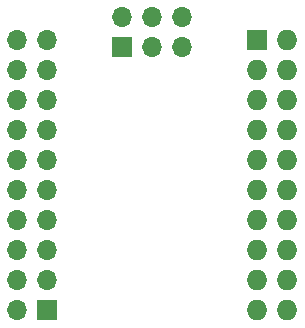
<source format=gbr>
G04 #@! TF.GenerationSoftware,KiCad,Pcbnew,(6.0.8)*
G04 #@! TF.CreationDate,2023-03-10T19:02:43+01:00*
G04 #@! TF.ProjectId,Jlink_power_supply,4a6c696e-6b5f-4706-9f77-65725f737570,rev?*
G04 #@! TF.SameCoordinates,Original*
G04 #@! TF.FileFunction,Soldermask,Bot*
G04 #@! TF.FilePolarity,Negative*
%FSLAX46Y46*%
G04 Gerber Fmt 4.6, Leading zero omitted, Abs format (unit mm)*
G04 Created by KiCad (PCBNEW (6.0.8)) date 2023-03-10 19:02:43*
%MOMM*%
%LPD*%
G01*
G04 APERTURE LIST*
%ADD10R,1.727200X1.727200*%
%ADD11O,1.727200X1.727200*%
%ADD12R,1.700000X1.700000*%
%ADD13O,1.700000X1.700000*%
G04 APERTURE END LIST*
D10*
X137160000Y-96520000D03*
D11*
X139700000Y-96520000D03*
X137160000Y-99060000D03*
X139700000Y-99060000D03*
X137160000Y-101600000D03*
X139700000Y-101600000D03*
X137160000Y-104140000D03*
X139700000Y-104140000D03*
X137160000Y-106680000D03*
X139700000Y-106680000D03*
X137160000Y-109220000D03*
X139700000Y-109220000D03*
X137160000Y-111760000D03*
X139700000Y-111760000D03*
X137160000Y-114300000D03*
X139700000Y-114300000D03*
X137160000Y-116840000D03*
X139700000Y-116840000D03*
X137160000Y-119380000D03*
X139700000Y-119380000D03*
D12*
X125730000Y-97155000D03*
D13*
X125730000Y-94615000D03*
X128270000Y-97155000D03*
X128270000Y-94615000D03*
X130810000Y-97155000D03*
X130810000Y-94615000D03*
D12*
X119380000Y-119380000D03*
D13*
X116840000Y-119380000D03*
X119380000Y-116840000D03*
X116840000Y-116840000D03*
X119380000Y-114300000D03*
X116840000Y-114300000D03*
X119380000Y-111760000D03*
X116840000Y-111760000D03*
X119380000Y-109220000D03*
X116840000Y-109220000D03*
X119380000Y-106680000D03*
X116840000Y-106680000D03*
X119380000Y-104140000D03*
X116840000Y-104140000D03*
X119380000Y-101600000D03*
X116840000Y-101600000D03*
X119380000Y-99060000D03*
X116840000Y-99060000D03*
X119380000Y-96520000D03*
X116840000Y-96520000D03*
M02*

</source>
